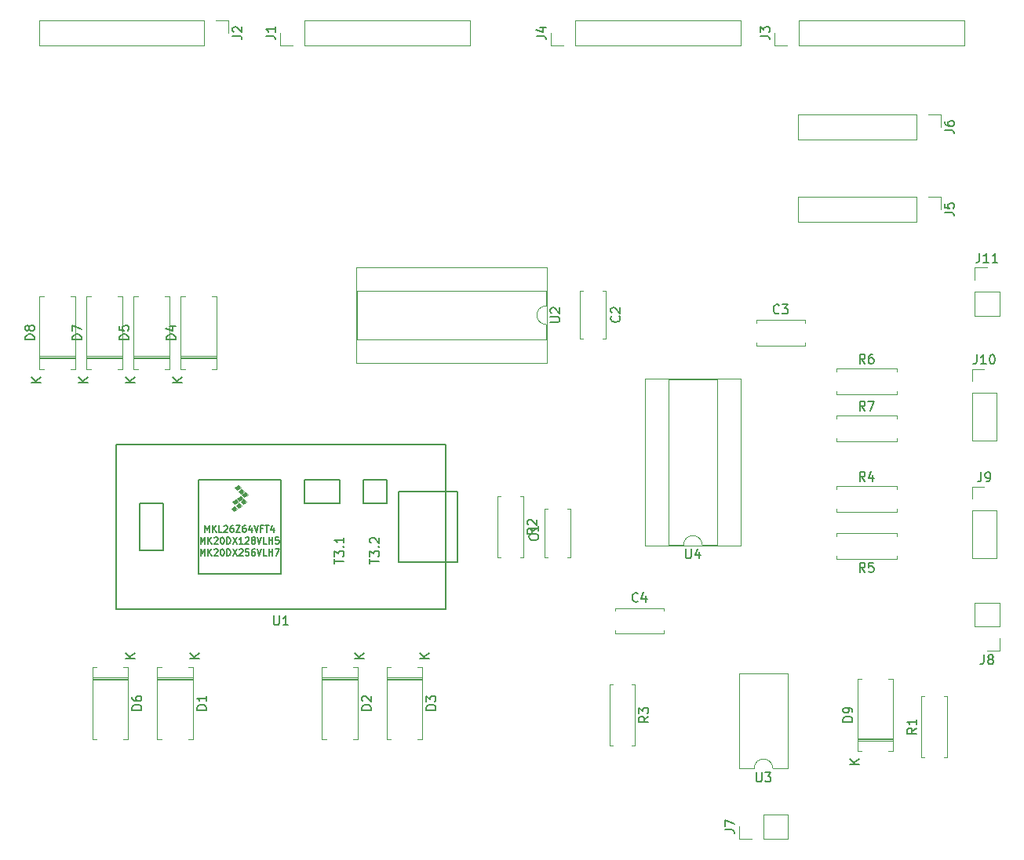
<source format=gbr>
G04 #@! TF.GenerationSoftware,KiCad,Pcbnew,(5.0.2)-1*
G04 #@! TF.CreationDate,2020-04-20T21:26:40+02:00*
G04 #@! TF.ProjectId,KorgPoly61_TeensyMidi,4b6f7267-506f-46c7-9936-315f5465656e,rev?*
G04 #@! TF.SameCoordinates,Original*
G04 #@! TF.FileFunction,Legend,Top*
G04 #@! TF.FilePolarity,Positive*
%FSLAX46Y46*%
G04 Gerber Fmt 4.6, Leading zero omitted, Abs format (unit mm)*
G04 Created by KiCad (PCBNEW (5.0.2)-1) date 20-4-2020 21:26:40*
%MOMM*%
%LPD*%
G01*
G04 APERTURE LIST*
%ADD10C,0.100000*%
%ADD11C,0.150000*%
%ADD12C,0.120000*%
G04 APERTURE END LIST*
D10*
G04 #@! TO.C,U1*
G36*
X74549000Y-98044000D02*
X74803000Y-98298000D01*
X74422000Y-98552000D01*
X74168000Y-98298000D01*
X74549000Y-98044000D01*
G37*
X74549000Y-98044000D02*
X74803000Y-98298000D01*
X74422000Y-98552000D01*
X74168000Y-98298000D01*
X74549000Y-98044000D01*
G36*
X75565000Y-97282000D02*
X75819000Y-97536000D01*
X75438000Y-97790000D01*
X75184000Y-97536000D01*
X75565000Y-97282000D01*
G37*
X75565000Y-97282000D02*
X75819000Y-97536000D01*
X75438000Y-97790000D01*
X75184000Y-97536000D01*
X75565000Y-97282000D01*
G36*
X74803000Y-96520000D02*
X75057000Y-96774000D01*
X74676000Y-97028000D01*
X74422000Y-96774000D01*
X74803000Y-96520000D01*
G37*
X74803000Y-96520000D02*
X75057000Y-96774000D01*
X74676000Y-97028000D01*
X74422000Y-96774000D01*
X74803000Y-96520000D01*
G36*
X74930000Y-98425000D02*
X75184000Y-98679000D01*
X74803000Y-98933000D01*
X74549000Y-98679000D01*
X74930000Y-98425000D01*
G37*
X74930000Y-98425000D02*
X75184000Y-98679000D01*
X74803000Y-98933000D01*
X74549000Y-98679000D01*
X74930000Y-98425000D01*
G36*
X75184000Y-96901000D02*
X75438000Y-97155000D01*
X75057000Y-97409000D01*
X74803000Y-97155000D01*
X75184000Y-96901000D01*
G37*
X75184000Y-96901000D02*
X75438000Y-97155000D01*
X75057000Y-97409000D01*
X74803000Y-97155000D01*
X75184000Y-96901000D01*
G36*
X74422000Y-98806000D02*
X74676000Y-99060000D01*
X74295000Y-99314000D01*
X74041000Y-99060000D01*
X74422000Y-98806000D01*
G37*
X74422000Y-98806000D02*
X74676000Y-99060000D01*
X74295000Y-99314000D01*
X74041000Y-99060000D01*
X74422000Y-98806000D01*
G36*
X75057000Y-97663000D02*
X75311000Y-97917000D01*
X74930000Y-98171000D01*
X74676000Y-97917000D01*
X75057000Y-97663000D01*
G37*
X75057000Y-97663000D02*
X75311000Y-97917000D01*
X74930000Y-98171000D01*
X74676000Y-97917000D01*
X75057000Y-97663000D01*
G36*
X75438000Y-98044000D02*
X75692000Y-98298000D01*
X75311000Y-98552000D01*
X75057000Y-98298000D01*
X75438000Y-98044000D01*
G37*
X75438000Y-98044000D02*
X75692000Y-98298000D01*
X75311000Y-98552000D01*
X75057000Y-98298000D01*
X75438000Y-98044000D01*
D11*
X97155000Y-92075000D02*
X97155000Y-109855000D01*
X61595000Y-92075000D02*
X97155000Y-92075000D01*
X61595000Y-109855000D02*
X61595000Y-92075000D01*
X97155000Y-109855000D02*
X61595000Y-109855000D01*
X70485000Y-95885000D02*
X79375000Y-95885000D01*
X70485000Y-106045000D02*
X79375000Y-106045000D01*
X79375000Y-106045000D02*
X79375000Y-95885000D01*
X70485000Y-95885000D02*
X70485000Y-106045000D01*
X66675000Y-103505000D02*
X64135000Y-103505000D01*
X66675000Y-98425000D02*
X66675000Y-103505000D01*
X64135000Y-98425000D02*
X66675000Y-98425000D01*
X64135000Y-103505000D02*
X64135000Y-98425000D01*
X90805000Y-98425000D02*
X90805000Y-95885000D01*
X88265000Y-98425000D02*
X90805000Y-98425000D01*
X88265000Y-95885000D02*
X88265000Y-98425000D01*
X90805000Y-95885000D02*
X88265000Y-95885000D01*
X92075000Y-97155000D02*
X97155000Y-97155000D01*
X92075000Y-104775000D02*
X97155000Y-104775000D01*
X92075000Y-97155000D02*
X92075000Y-104775000D01*
X85725000Y-98425000D02*
X85725000Y-95885000D01*
X81915000Y-98425000D02*
X85725000Y-98425000D01*
X81915000Y-95885000D02*
X81915000Y-98425000D01*
X85725000Y-95885000D02*
X81915000Y-95885000D01*
X98425000Y-104775000D02*
X97155000Y-104775000D01*
X98425000Y-97155000D02*
X98425000Y-104775000D01*
X97155000Y-97155000D02*
X98425000Y-97155000D01*
D12*
G04 #@! TO.C,U3*
X128795000Y-127060000D02*
X130445000Y-127060000D01*
X128795000Y-116780000D02*
X128795000Y-127060000D01*
X134095000Y-116780000D02*
X128795000Y-116780000D01*
X134095000Y-127060000D02*
X134095000Y-116780000D01*
X132445000Y-127060000D02*
X134095000Y-127060000D01*
X130445000Y-127060000D02*
G75*
G02X132445000Y-127060000I1000000J0D01*
G01*
G04 #@! TO.C,R7*
X145840170Y-91705537D02*
X145840170Y-91375537D01*
X139300170Y-91705537D02*
X145840170Y-91705537D01*
X139300170Y-91375537D02*
X139300170Y-91705537D01*
X145840170Y-88965537D02*
X145840170Y-89295537D01*
X139300170Y-88965537D02*
X145840170Y-88965537D01*
X139300170Y-89295537D02*
X139300170Y-88965537D01*
G04 #@! TO.C,R6*
X145840170Y-86625537D02*
X145840170Y-86295537D01*
X139300170Y-86625537D02*
X145840170Y-86625537D01*
X139300170Y-86295537D02*
X139300170Y-86625537D01*
X145840170Y-83885537D02*
X145840170Y-84215537D01*
X139300170Y-83885537D02*
X145840170Y-83885537D01*
X139300170Y-84215537D02*
X139300170Y-83885537D01*
G04 #@! TO.C,R5*
X139300170Y-101665537D02*
X139300170Y-101995537D01*
X145840170Y-101665537D02*
X139300170Y-101665537D01*
X145840170Y-101995537D02*
X145840170Y-101665537D01*
X139300170Y-104405537D02*
X139300170Y-104075537D01*
X145840170Y-104405537D02*
X139300170Y-104405537D01*
X145840170Y-104075537D02*
X145840170Y-104405537D01*
G04 #@! TO.C,R4*
X145840170Y-99325537D02*
X145840170Y-98995537D01*
X139300170Y-99325537D02*
X145840170Y-99325537D01*
X139300170Y-98995537D02*
X139300170Y-99325537D01*
X145840170Y-96585537D02*
X145840170Y-96915537D01*
X139300170Y-96585537D02*
X145840170Y-96585537D01*
X139300170Y-96915537D02*
X139300170Y-96585537D01*
G04 #@! TO.C,R3*
X114835000Y-124555000D02*
X115165000Y-124555000D01*
X114835000Y-118015000D02*
X114835000Y-124555000D01*
X115165000Y-118015000D02*
X114835000Y-118015000D01*
X117575000Y-124555000D02*
X117245000Y-124555000D01*
X117575000Y-118015000D02*
X117575000Y-124555000D01*
X117245000Y-118015000D02*
X117575000Y-118015000D01*
G04 #@! TO.C,R2*
X102770000Y-104235000D02*
X103100000Y-104235000D01*
X102770000Y-97695000D02*
X102770000Y-104235000D01*
X103100000Y-97695000D02*
X102770000Y-97695000D01*
X105510000Y-104235000D02*
X105180000Y-104235000D01*
X105510000Y-97695000D02*
X105510000Y-104235000D01*
X105180000Y-97695000D02*
X105510000Y-97695000D01*
G04 #@! TO.C,R1*
X151230000Y-119285000D02*
X150900000Y-119285000D01*
X151230000Y-125825000D02*
X151230000Y-119285000D01*
X150900000Y-125825000D02*
X151230000Y-125825000D01*
X148490000Y-119285000D02*
X148820000Y-119285000D01*
X148490000Y-125825000D02*
X148490000Y-119285000D01*
X148820000Y-125825000D02*
X148490000Y-125825000D01*
G04 #@! TO.C,U4*
X118685000Y-102990000D02*
X128965000Y-102990000D01*
X118685000Y-84970000D02*
X118685000Y-102990000D01*
X128965000Y-84970000D02*
X118685000Y-84970000D01*
X128965000Y-102990000D02*
X128965000Y-84970000D01*
X121175000Y-102930000D02*
X122825000Y-102930000D01*
X121175000Y-85030000D02*
X121175000Y-102930000D01*
X126475000Y-85030000D02*
X121175000Y-85030000D01*
X126475000Y-102930000D02*
X126475000Y-85030000D01*
X124825000Y-102930000D02*
X126475000Y-102930000D01*
X122825000Y-102930000D02*
G75*
G02X124825000Y-102930000I1000000J0D01*
G01*
G04 #@! TO.C,U2*
X108070000Y-83245000D02*
X108070000Y-72965000D01*
X87510000Y-83245000D02*
X108070000Y-83245000D01*
X87510000Y-72965000D02*
X87510000Y-83245000D01*
X108070000Y-72965000D02*
X87510000Y-72965000D01*
X108010000Y-80755000D02*
X108010000Y-79105000D01*
X87570000Y-80755000D02*
X108010000Y-80755000D01*
X87570000Y-75455000D02*
X87570000Y-80755000D01*
X108010000Y-75455000D02*
X87570000Y-75455000D01*
X108010000Y-77105000D02*
X108010000Y-75455000D01*
X108010000Y-79105000D02*
G75*
G02X108010000Y-77105000I0J1000000D01*
G01*
G04 #@! TO.C,J11*
X154245000Y-72965000D02*
X155575000Y-72965000D01*
X154245000Y-74295000D02*
X154245000Y-72965000D01*
X154245000Y-75565000D02*
X156905000Y-75565000D01*
X156905000Y-75565000D02*
X156905000Y-78165000D01*
X154245000Y-75565000D02*
X154245000Y-78165000D01*
X154245000Y-78165000D02*
X156905000Y-78165000D01*
G04 #@! TO.C,J10*
X153940170Y-83925537D02*
X155270170Y-83925537D01*
X153940170Y-85255537D02*
X153940170Y-83925537D01*
X153940170Y-86525537D02*
X156600170Y-86525537D01*
X156600170Y-86525537D02*
X156600170Y-91665537D01*
X153940170Y-86525537D02*
X153940170Y-91665537D01*
X153940170Y-91665537D02*
X156600170Y-91665537D01*
G04 #@! TO.C,J9*
X153940170Y-96625537D02*
X155270170Y-96625537D01*
X153940170Y-97955537D02*
X153940170Y-96625537D01*
X153940170Y-99225537D02*
X156600170Y-99225537D01*
X156600170Y-99225537D02*
X156600170Y-104365537D01*
X153940170Y-99225537D02*
X153940170Y-104365537D01*
X153940170Y-104365537D02*
X156600170Y-104365537D01*
G04 #@! TO.C,J8*
X156905000Y-114360000D02*
X155575000Y-114360000D01*
X156905000Y-113030000D02*
X156905000Y-114360000D01*
X156905000Y-111760000D02*
X154245000Y-111760000D01*
X154245000Y-111760000D02*
X154245000Y-109160000D01*
X156905000Y-111760000D02*
X156905000Y-109160000D01*
X156905000Y-109160000D02*
X154245000Y-109160000D01*
G04 #@! TO.C,J7*
X128845000Y-134680000D02*
X128845000Y-133350000D01*
X130175000Y-134680000D02*
X128845000Y-134680000D01*
X131445000Y-134680000D02*
X131445000Y-132020000D01*
X131445000Y-132020000D02*
X134045000Y-132020000D01*
X131445000Y-134680000D02*
X134045000Y-134680000D01*
X134045000Y-134680000D02*
X134045000Y-132020000D01*
G04 #@! TO.C,J6*
X150555000Y-56455000D02*
X150555000Y-57785000D01*
X149225000Y-56455000D02*
X150555000Y-56455000D01*
X147955000Y-56455000D02*
X147955000Y-59115000D01*
X147955000Y-59115000D02*
X135195000Y-59115000D01*
X147955000Y-56455000D02*
X135195000Y-56455000D01*
X135195000Y-56455000D02*
X135195000Y-59115000D01*
G04 #@! TO.C,J5*
X150555000Y-65345000D02*
X150555000Y-66675000D01*
X149225000Y-65345000D02*
X150555000Y-65345000D01*
X147955000Y-65345000D02*
X147955000Y-68005000D01*
X147955000Y-68005000D02*
X135195000Y-68005000D01*
X147955000Y-65345000D02*
X135195000Y-65345000D01*
X135195000Y-65345000D02*
X135195000Y-68005000D01*
G04 #@! TO.C,J4*
X108525000Y-48955000D02*
X108525000Y-47625000D01*
X109855000Y-48955000D02*
X108525000Y-48955000D01*
X111125000Y-48955000D02*
X111125000Y-46295000D01*
X111125000Y-46295000D02*
X128965000Y-46295000D01*
X111125000Y-48955000D02*
X128965000Y-48955000D01*
X128965000Y-48955000D02*
X128965000Y-46295000D01*
G04 #@! TO.C,J3*
X132655000Y-48955000D02*
X132655000Y-47625000D01*
X133985000Y-48955000D02*
X132655000Y-48955000D01*
X135255000Y-48955000D02*
X135255000Y-46295000D01*
X135255000Y-46295000D02*
X153095000Y-46295000D01*
X135255000Y-48955000D02*
X153095000Y-48955000D01*
X153095000Y-48955000D02*
X153095000Y-46295000D01*
G04 #@! TO.C,J2*
X73720000Y-46295000D02*
X73720000Y-47625000D01*
X72390000Y-46295000D02*
X73720000Y-46295000D01*
X71120000Y-46295000D02*
X71120000Y-48955000D01*
X71120000Y-48955000D02*
X53280000Y-48955000D01*
X71120000Y-46295000D02*
X53280000Y-46295000D01*
X53280000Y-46295000D02*
X53280000Y-48955000D01*
G04 #@! TO.C,J1*
X79315000Y-48955000D02*
X79315000Y-47625000D01*
X80645000Y-48955000D02*
X79315000Y-48955000D01*
X81915000Y-48955000D02*
X81915000Y-46295000D01*
X81915000Y-46295000D02*
X99755000Y-46295000D01*
X81915000Y-48955000D02*
X99755000Y-48955000D01*
X99755000Y-48955000D02*
X99755000Y-46295000D01*
G04 #@! TO.C,D9*
X141590000Y-124065000D02*
X145430000Y-124065000D01*
X141590000Y-123825000D02*
X145430000Y-123825000D01*
X141590000Y-123945000D02*
X145430000Y-123945000D01*
X145430000Y-117365000D02*
X144950000Y-117365000D01*
X145430000Y-125205000D02*
X145430000Y-117365000D01*
X144950000Y-125205000D02*
X145430000Y-125205000D01*
X141590000Y-117365000D02*
X142070000Y-117365000D01*
X141590000Y-125205000D02*
X141590000Y-117365000D01*
X142070000Y-125205000D02*
X141590000Y-125205000D01*
G04 #@! TO.C,D8*
X53325000Y-82790000D02*
X57165000Y-82790000D01*
X53325000Y-82550000D02*
X57165000Y-82550000D01*
X53325000Y-82670000D02*
X57165000Y-82670000D01*
X57165000Y-76090000D02*
X56685000Y-76090000D01*
X57165000Y-83930000D02*
X57165000Y-76090000D01*
X56685000Y-83930000D02*
X57165000Y-83930000D01*
X53325000Y-76090000D02*
X53805000Y-76090000D01*
X53325000Y-83930000D02*
X53325000Y-76090000D01*
X53805000Y-83930000D02*
X53325000Y-83930000D01*
G04 #@! TO.C,D7*
X58405000Y-82790000D02*
X62245000Y-82790000D01*
X58405000Y-82550000D02*
X62245000Y-82550000D01*
X58405000Y-82670000D02*
X62245000Y-82670000D01*
X62245000Y-76090000D02*
X61765000Y-76090000D01*
X62245000Y-83930000D02*
X62245000Y-76090000D01*
X61765000Y-83930000D02*
X62245000Y-83930000D01*
X58405000Y-76090000D02*
X58885000Y-76090000D01*
X58405000Y-83930000D02*
X58405000Y-76090000D01*
X58885000Y-83930000D02*
X58405000Y-83930000D01*
G04 #@! TO.C,D6*
X62880000Y-117235000D02*
X59040000Y-117235000D01*
X62880000Y-117475000D02*
X59040000Y-117475000D01*
X62880000Y-117355000D02*
X59040000Y-117355000D01*
X59040000Y-123935000D02*
X59520000Y-123935000D01*
X59040000Y-116095000D02*
X59040000Y-123935000D01*
X59520000Y-116095000D02*
X59040000Y-116095000D01*
X62880000Y-123935000D02*
X62400000Y-123935000D01*
X62880000Y-116095000D02*
X62880000Y-123935000D01*
X62400000Y-116095000D02*
X62880000Y-116095000D01*
G04 #@! TO.C,D5*
X63485000Y-82790000D02*
X67325000Y-82790000D01*
X63485000Y-82550000D02*
X67325000Y-82550000D01*
X63485000Y-82670000D02*
X67325000Y-82670000D01*
X67325000Y-76090000D02*
X66845000Y-76090000D01*
X67325000Y-83930000D02*
X67325000Y-76090000D01*
X66845000Y-83930000D02*
X67325000Y-83930000D01*
X63485000Y-76090000D02*
X63965000Y-76090000D01*
X63485000Y-83930000D02*
X63485000Y-76090000D01*
X63965000Y-83930000D02*
X63485000Y-83930000D01*
G04 #@! TO.C,D4*
X68565000Y-82790000D02*
X72405000Y-82790000D01*
X68565000Y-82550000D02*
X72405000Y-82550000D01*
X68565000Y-82670000D02*
X72405000Y-82670000D01*
X72405000Y-76090000D02*
X71925000Y-76090000D01*
X72405000Y-83930000D02*
X72405000Y-76090000D01*
X71925000Y-83930000D02*
X72405000Y-83930000D01*
X68565000Y-76090000D02*
X69045000Y-76090000D01*
X68565000Y-83930000D02*
X68565000Y-76090000D01*
X69045000Y-83930000D02*
X68565000Y-83930000D01*
G04 #@! TO.C,D3*
X94630000Y-117235000D02*
X90790000Y-117235000D01*
X94630000Y-117475000D02*
X90790000Y-117475000D01*
X94630000Y-117355000D02*
X90790000Y-117355000D01*
X90790000Y-123935000D02*
X91270000Y-123935000D01*
X90790000Y-116095000D02*
X90790000Y-123935000D01*
X91270000Y-116095000D02*
X90790000Y-116095000D01*
X94630000Y-123935000D02*
X94150000Y-123935000D01*
X94630000Y-116095000D02*
X94630000Y-123935000D01*
X94150000Y-116095000D02*
X94630000Y-116095000D01*
G04 #@! TO.C,D2*
X87645000Y-117235000D02*
X83805000Y-117235000D01*
X87645000Y-117475000D02*
X83805000Y-117475000D01*
X87645000Y-117355000D02*
X83805000Y-117355000D01*
X83805000Y-123935000D02*
X84285000Y-123935000D01*
X83805000Y-116095000D02*
X83805000Y-123935000D01*
X84285000Y-116095000D02*
X83805000Y-116095000D01*
X87645000Y-123935000D02*
X87165000Y-123935000D01*
X87645000Y-116095000D02*
X87645000Y-123935000D01*
X87165000Y-116095000D02*
X87645000Y-116095000D01*
G04 #@! TO.C,D1*
X69865000Y-117235000D02*
X66025000Y-117235000D01*
X69865000Y-117475000D02*
X66025000Y-117475000D01*
X69865000Y-117355000D02*
X66025000Y-117355000D01*
X66025000Y-123935000D02*
X66505000Y-123935000D01*
X66025000Y-116095000D02*
X66025000Y-123935000D01*
X66505000Y-116095000D02*
X66025000Y-116095000D01*
X69865000Y-123935000D02*
X69385000Y-123935000D01*
X69865000Y-116095000D02*
X69865000Y-123935000D01*
X69385000Y-116095000D02*
X69865000Y-116095000D01*
G04 #@! TO.C,C4*
X120690000Y-112180000D02*
X120690000Y-112495000D01*
X120690000Y-109755000D02*
X120690000Y-110070000D01*
X115450000Y-112180000D02*
X115450000Y-112495000D01*
X115450000Y-109755000D02*
X115450000Y-110070000D01*
X115450000Y-112495000D02*
X120690000Y-112495000D01*
X115450000Y-109755000D02*
X120690000Y-109755000D01*
G04 #@! TO.C,C3*
X135930000Y-81065000D02*
X135930000Y-81380000D01*
X135930000Y-78640000D02*
X135930000Y-78955000D01*
X130690000Y-81065000D02*
X130690000Y-81380000D01*
X130690000Y-78640000D02*
X130690000Y-78955000D01*
X130690000Y-81380000D02*
X135930000Y-81380000D01*
X130690000Y-78640000D02*
X135930000Y-78640000D01*
G04 #@! TO.C,C2*
X111975000Y-80685000D02*
X111660000Y-80685000D01*
X114400000Y-80685000D02*
X114085000Y-80685000D01*
X111975000Y-75445000D02*
X111660000Y-75445000D01*
X114400000Y-75445000D02*
X114085000Y-75445000D01*
X111660000Y-75445000D02*
X111660000Y-80685000D01*
X114400000Y-75445000D02*
X114400000Y-80685000D01*
G04 #@! TO.C,C1*
X110275000Y-99020000D02*
X110590000Y-99020000D01*
X107850000Y-99020000D02*
X108165000Y-99020000D01*
X110275000Y-104260000D02*
X110590000Y-104260000D01*
X107850000Y-104260000D02*
X108165000Y-104260000D01*
X110590000Y-104260000D02*
X110590000Y-99020000D01*
X107850000Y-104260000D02*
X107850000Y-99020000D01*
G04 #@! TO.C,U1*
D11*
X78613095Y-110577380D02*
X78613095Y-111386904D01*
X78660714Y-111482142D01*
X78708333Y-111529761D01*
X78803571Y-111577380D01*
X78994047Y-111577380D01*
X79089285Y-111529761D01*
X79136904Y-111482142D01*
X79184523Y-111386904D01*
X79184523Y-110577380D01*
X80184523Y-111577380D02*
X79613095Y-111577380D01*
X79898809Y-111577380D02*
X79898809Y-110577380D01*
X79803571Y-110720238D01*
X79708333Y-110815476D01*
X79613095Y-110863095D01*
X70713333Y-102805666D02*
X70713333Y-102105666D01*
X70946666Y-102605666D01*
X71180000Y-102105666D01*
X71180000Y-102805666D01*
X71513333Y-102805666D02*
X71513333Y-102105666D01*
X71913333Y-102805666D02*
X71613333Y-102405666D01*
X71913333Y-102105666D02*
X71513333Y-102505666D01*
X72180000Y-102172333D02*
X72213333Y-102139000D01*
X72280000Y-102105666D01*
X72446666Y-102105666D01*
X72513333Y-102139000D01*
X72546666Y-102172333D01*
X72580000Y-102239000D01*
X72580000Y-102305666D01*
X72546666Y-102405666D01*
X72146666Y-102805666D01*
X72580000Y-102805666D01*
X73013333Y-102105666D02*
X73080000Y-102105666D01*
X73146666Y-102139000D01*
X73180000Y-102172333D01*
X73213333Y-102239000D01*
X73246666Y-102372333D01*
X73246666Y-102539000D01*
X73213333Y-102672333D01*
X73180000Y-102739000D01*
X73146666Y-102772333D01*
X73080000Y-102805666D01*
X73013333Y-102805666D01*
X72946666Y-102772333D01*
X72913333Y-102739000D01*
X72880000Y-102672333D01*
X72846666Y-102539000D01*
X72846666Y-102372333D01*
X72880000Y-102239000D01*
X72913333Y-102172333D01*
X72946666Y-102139000D01*
X73013333Y-102105666D01*
X73546666Y-102805666D02*
X73546666Y-102105666D01*
X73713333Y-102105666D01*
X73813333Y-102139000D01*
X73880000Y-102205666D01*
X73913333Y-102272333D01*
X73946666Y-102405666D01*
X73946666Y-102505666D01*
X73913333Y-102639000D01*
X73880000Y-102705666D01*
X73813333Y-102772333D01*
X73713333Y-102805666D01*
X73546666Y-102805666D01*
X74180000Y-102105666D02*
X74646666Y-102805666D01*
X74646666Y-102105666D02*
X74180000Y-102805666D01*
X75280000Y-102805666D02*
X74880000Y-102805666D01*
X75080000Y-102805666D02*
X75080000Y-102105666D01*
X75013333Y-102205666D01*
X74946666Y-102272333D01*
X74880000Y-102305666D01*
X75546666Y-102172333D02*
X75580000Y-102139000D01*
X75646666Y-102105666D01*
X75813333Y-102105666D01*
X75880000Y-102139000D01*
X75913333Y-102172333D01*
X75946666Y-102239000D01*
X75946666Y-102305666D01*
X75913333Y-102405666D01*
X75513333Y-102805666D01*
X75946666Y-102805666D01*
X76346666Y-102405666D02*
X76280000Y-102372333D01*
X76246666Y-102339000D01*
X76213333Y-102272333D01*
X76213333Y-102239000D01*
X76246666Y-102172333D01*
X76280000Y-102139000D01*
X76346666Y-102105666D01*
X76480000Y-102105666D01*
X76546666Y-102139000D01*
X76580000Y-102172333D01*
X76613333Y-102239000D01*
X76613333Y-102272333D01*
X76580000Y-102339000D01*
X76546666Y-102372333D01*
X76480000Y-102405666D01*
X76346666Y-102405666D01*
X76280000Y-102439000D01*
X76246666Y-102472333D01*
X76213333Y-102539000D01*
X76213333Y-102672333D01*
X76246666Y-102739000D01*
X76280000Y-102772333D01*
X76346666Y-102805666D01*
X76480000Y-102805666D01*
X76546666Y-102772333D01*
X76580000Y-102739000D01*
X76613333Y-102672333D01*
X76613333Y-102539000D01*
X76580000Y-102472333D01*
X76546666Y-102439000D01*
X76480000Y-102405666D01*
X76813333Y-102105666D02*
X77046666Y-102805666D01*
X77280000Y-102105666D01*
X77846666Y-102805666D02*
X77513333Y-102805666D01*
X77513333Y-102105666D01*
X78080000Y-102805666D02*
X78080000Y-102105666D01*
X78080000Y-102439000D02*
X78480000Y-102439000D01*
X78480000Y-102805666D02*
X78480000Y-102105666D01*
X79146666Y-102105666D02*
X78813333Y-102105666D01*
X78780000Y-102439000D01*
X78813333Y-102405666D01*
X78880000Y-102372333D01*
X79046666Y-102372333D01*
X79113333Y-102405666D01*
X79146666Y-102439000D01*
X79180000Y-102505666D01*
X79180000Y-102672333D01*
X79146666Y-102739000D01*
X79113333Y-102772333D01*
X79046666Y-102805666D01*
X78880000Y-102805666D01*
X78813333Y-102772333D01*
X78780000Y-102739000D01*
X71196666Y-101535666D02*
X71196666Y-100835666D01*
X71430000Y-101335666D01*
X71663333Y-100835666D01*
X71663333Y-101535666D01*
X71996666Y-101535666D02*
X71996666Y-100835666D01*
X72396666Y-101535666D02*
X72096666Y-101135666D01*
X72396666Y-100835666D02*
X71996666Y-101235666D01*
X73030000Y-101535666D02*
X72696666Y-101535666D01*
X72696666Y-100835666D01*
X73230000Y-100902333D02*
X73263333Y-100869000D01*
X73330000Y-100835666D01*
X73496666Y-100835666D01*
X73563333Y-100869000D01*
X73596666Y-100902333D01*
X73630000Y-100969000D01*
X73630000Y-101035666D01*
X73596666Y-101135666D01*
X73196666Y-101535666D01*
X73630000Y-101535666D01*
X74230000Y-100835666D02*
X74096666Y-100835666D01*
X74030000Y-100869000D01*
X73996666Y-100902333D01*
X73930000Y-101002333D01*
X73896666Y-101135666D01*
X73896666Y-101402333D01*
X73930000Y-101469000D01*
X73963333Y-101502333D01*
X74030000Y-101535666D01*
X74163333Y-101535666D01*
X74230000Y-101502333D01*
X74263333Y-101469000D01*
X74296666Y-101402333D01*
X74296666Y-101235666D01*
X74263333Y-101169000D01*
X74230000Y-101135666D01*
X74163333Y-101102333D01*
X74030000Y-101102333D01*
X73963333Y-101135666D01*
X73930000Y-101169000D01*
X73896666Y-101235666D01*
X74530000Y-100835666D02*
X74996666Y-100835666D01*
X74530000Y-101535666D01*
X74996666Y-101535666D01*
X75563333Y-100835666D02*
X75430000Y-100835666D01*
X75363333Y-100869000D01*
X75330000Y-100902333D01*
X75263333Y-101002333D01*
X75230000Y-101135666D01*
X75230000Y-101402333D01*
X75263333Y-101469000D01*
X75296666Y-101502333D01*
X75363333Y-101535666D01*
X75496666Y-101535666D01*
X75563333Y-101502333D01*
X75596666Y-101469000D01*
X75630000Y-101402333D01*
X75630000Y-101235666D01*
X75596666Y-101169000D01*
X75563333Y-101135666D01*
X75496666Y-101102333D01*
X75363333Y-101102333D01*
X75296666Y-101135666D01*
X75263333Y-101169000D01*
X75230000Y-101235666D01*
X76230000Y-101069000D02*
X76230000Y-101535666D01*
X76063333Y-100802333D02*
X75896666Y-101302333D01*
X76330000Y-101302333D01*
X76496666Y-100835666D02*
X76730000Y-101535666D01*
X76963333Y-100835666D01*
X77430000Y-101169000D02*
X77196666Y-101169000D01*
X77196666Y-101535666D02*
X77196666Y-100835666D01*
X77530000Y-100835666D01*
X77696666Y-100835666D02*
X78096666Y-100835666D01*
X77896666Y-101535666D02*
X77896666Y-100835666D01*
X78630000Y-101069000D02*
X78630000Y-101535666D01*
X78463333Y-100802333D02*
X78296666Y-101302333D01*
X78730000Y-101302333D01*
X70713333Y-104075666D02*
X70713333Y-103375666D01*
X70946666Y-103875666D01*
X71180000Y-103375666D01*
X71180000Y-104075666D01*
X71513333Y-104075666D02*
X71513333Y-103375666D01*
X71913333Y-104075666D02*
X71613333Y-103675666D01*
X71913333Y-103375666D02*
X71513333Y-103775666D01*
X72180000Y-103442333D02*
X72213333Y-103409000D01*
X72280000Y-103375666D01*
X72446666Y-103375666D01*
X72513333Y-103409000D01*
X72546666Y-103442333D01*
X72580000Y-103509000D01*
X72580000Y-103575666D01*
X72546666Y-103675666D01*
X72146666Y-104075666D01*
X72580000Y-104075666D01*
X73013333Y-103375666D02*
X73080000Y-103375666D01*
X73146666Y-103409000D01*
X73180000Y-103442333D01*
X73213333Y-103509000D01*
X73246666Y-103642333D01*
X73246666Y-103809000D01*
X73213333Y-103942333D01*
X73180000Y-104009000D01*
X73146666Y-104042333D01*
X73080000Y-104075666D01*
X73013333Y-104075666D01*
X72946666Y-104042333D01*
X72913333Y-104009000D01*
X72880000Y-103942333D01*
X72846666Y-103809000D01*
X72846666Y-103642333D01*
X72880000Y-103509000D01*
X72913333Y-103442333D01*
X72946666Y-103409000D01*
X73013333Y-103375666D01*
X73546666Y-104075666D02*
X73546666Y-103375666D01*
X73713333Y-103375666D01*
X73813333Y-103409000D01*
X73880000Y-103475666D01*
X73913333Y-103542333D01*
X73946666Y-103675666D01*
X73946666Y-103775666D01*
X73913333Y-103909000D01*
X73880000Y-103975666D01*
X73813333Y-104042333D01*
X73713333Y-104075666D01*
X73546666Y-104075666D01*
X74180000Y-103375666D02*
X74646666Y-104075666D01*
X74646666Y-103375666D02*
X74180000Y-104075666D01*
X74880000Y-103442333D02*
X74913333Y-103409000D01*
X74980000Y-103375666D01*
X75146666Y-103375666D01*
X75213333Y-103409000D01*
X75246666Y-103442333D01*
X75280000Y-103509000D01*
X75280000Y-103575666D01*
X75246666Y-103675666D01*
X74846666Y-104075666D01*
X75280000Y-104075666D01*
X75913333Y-103375666D02*
X75580000Y-103375666D01*
X75546666Y-103709000D01*
X75580000Y-103675666D01*
X75646666Y-103642333D01*
X75813333Y-103642333D01*
X75880000Y-103675666D01*
X75913333Y-103709000D01*
X75946666Y-103775666D01*
X75946666Y-103942333D01*
X75913333Y-104009000D01*
X75880000Y-104042333D01*
X75813333Y-104075666D01*
X75646666Y-104075666D01*
X75580000Y-104042333D01*
X75546666Y-104009000D01*
X76546666Y-103375666D02*
X76413333Y-103375666D01*
X76346666Y-103409000D01*
X76313333Y-103442333D01*
X76246666Y-103542333D01*
X76213333Y-103675666D01*
X76213333Y-103942333D01*
X76246666Y-104009000D01*
X76280000Y-104042333D01*
X76346666Y-104075666D01*
X76480000Y-104075666D01*
X76546666Y-104042333D01*
X76580000Y-104009000D01*
X76613333Y-103942333D01*
X76613333Y-103775666D01*
X76580000Y-103709000D01*
X76546666Y-103675666D01*
X76480000Y-103642333D01*
X76346666Y-103642333D01*
X76280000Y-103675666D01*
X76246666Y-103709000D01*
X76213333Y-103775666D01*
X76813333Y-103375666D02*
X77046666Y-104075666D01*
X77280000Y-103375666D01*
X77846666Y-104075666D02*
X77513333Y-104075666D01*
X77513333Y-103375666D01*
X78080000Y-104075666D02*
X78080000Y-103375666D01*
X78080000Y-103709000D02*
X78480000Y-103709000D01*
X78480000Y-104075666D02*
X78480000Y-103375666D01*
X78746666Y-103375666D02*
X79213333Y-103375666D01*
X78913333Y-104075666D01*
X85177380Y-104981190D02*
X85177380Y-104409761D01*
X86177380Y-104695476D02*
X85177380Y-104695476D01*
X85177380Y-104171666D02*
X85177380Y-103552619D01*
X85558333Y-103885952D01*
X85558333Y-103743095D01*
X85605952Y-103647857D01*
X85653571Y-103600238D01*
X85748809Y-103552619D01*
X85986904Y-103552619D01*
X86082142Y-103600238D01*
X86129761Y-103647857D01*
X86177380Y-103743095D01*
X86177380Y-104028809D01*
X86129761Y-104124047D01*
X86082142Y-104171666D01*
X86082142Y-103124047D02*
X86129761Y-103076428D01*
X86177380Y-103124047D01*
X86129761Y-103171666D01*
X86082142Y-103124047D01*
X86177380Y-103124047D01*
X86177380Y-102124047D02*
X86177380Y-102695476D01*
X86177380Y-102409761D02*
X85177380Y-102409761D01*
X85320238Y-102505000D01*
X85415476Y-102600238D01*
X85463095Y-102695476D01*
X88987380Y-104981190D02*
X88987380Y-104409761D01*
X89987380Y-104695476D02*
X88987380Y-104695476D01*
X88987380Y-104171666D02*
X88987380Y-103552619D01*
X89368333Y-103885952D01*
X89368333Y-103743095D01*
X89415952Y-103647857D01*
X89463571Y-103600238D01*
X89558809Y-103552619D01*
X89796904Y-103552619D01*
X89892142Y-103600238D01*
X89939761Y-103647857D01*
X89987380Y-103743095D01*
X89987380Y-104028809D01*
X89939761Y-104124047D01*
X89892142Y-104171666D01*
X89892142Y-103124047D02*
X89939761Y-103076428D01*
X89987380Y-103124047D01*
X89939761Y-103171666D01*
X89892142Y-103124047D01*
X89987380Y-103124047D01*
X89082619Y-102695476D02*
X89035000Y-102647857D01*
X88987380Y-102552619D01*
X88987380Y-102314523D01*
X89035000Y-102219285D01*
X89082619Y-102171666D01*
X89177857Y-102124047D01*
X89273095Y-102124047D01*
X89415952Y-102171666D01*
X89987380Y-102743095D01*
X89987380Y-102124047D01*
G04 #@! TO.C,U3*
X130683095Y-127512380D02*
X130683095Y-128321904D01*
X130730714Y-128417142D01*
X130778333Y-128464761D01*
X130873571Y-128512380D01*
X131064047Y-128512380D01*
X131159285Y-128464761D01*
X131206904Y-128417142D01*
X131254523Y-128321904D01*
X131254523Y-127512380D01*
X131635476Y-127512380D02*
X132254523Y-127512380D01*
X131921190Y-127893333D01*
X132064047Y-127893333D01*
X132159285Y-127940952D01*
X132206904Y-127988571D01*
X132254523Y-128083809D01*
X132254523Y-128321904D01*
X132206904Y-128417142D01*
X132159285Y-128464761D01*
X132064047Y-128512380D01*
X131778333Y-128512380D01*
X131683095Y-128464761D01*
X131635476Y-128417142D01*
G04 #@! TO.C,R7*
X142403503Y-88417917D02*
X142070170Y-87941727D01*
X141832074Y-88417917D02*
X141832074Y-87417917D01*
X142213027Y-87417917D01*
X142308265Y-87465537D01*
X142355884Y-87513156D01*
X142403503Y-87608394D01*
X142403503Y-87751251D01*
X142355884Y-87846489D01*
X142308265Y-87894108D01*
X142213027Y-87941727D01*
X141832074Y-87941727D01*
X142736836Y-87417917D02*
X143403503Y-87417917D01*
X142974931Y-88417917D01*
G04 #@! TO.C,R6*
X142403503Y-83337917D02*
X142070170Y-82861727D01*
X141832074Y-83337917D02*
X141832074Y-82337917D01*
X142213027Y-82337917D01*
X142308265Y-82385537D01*
X142355884Y-82433156D01*
X142403503Y-82528394D01*
X142403503Y-82671251D01*
X142355884Y-82766489D01*
X142308265Y-82814108D01*
X142213027Y-82861727D01*
X141832074Y-82861727D01*
X143260646Y-82337917D02*
X143070170Y-82337917D01*
X142974931Y-82385537D01*
X142927312Y-82433156D01*
X142832074Y-82576013D01*
X142784455Y-82766489D01*
X142784455Y-83147441D01*
X142832074Y-83242679D01*
X142879693Y-83290298D01*
X142974931Y-83337917D01*
X143165408Y-83337917D01*
X143260646Y-83290298D01*
X143308265Y-83242679D01*
X143355884Y-83147441D01*
X143355884Y-82909346D01*
X143308265Y-82814108D01*
X143260646Y-82766489D01*
X143165408Y-82718870D01*
X142974931Y-82718870D01*
X142879693Y-82766489D01*
X142832074Y-82814108D01*
X142784455Y-82909346D01*
G04 #@! TO.C,R5*
X142403503Y-105857917D02*
X142070170Y-105381727D01*
X141832074Y-105857917D02*
X141832074Y-104857917D01*
X142213027Y-104857917D01*
X142308265Y-104905537D01*
X142355884Y-104953156D01*
X142403503Y-105048394D01*
X142403503Y-105191251D01*
X142355884Y-105286489D01*
X142308265Y-105334108D01*
X142213027Y-105381727D01*
X141832074Y-105381727D01*
X143308265Y-104857917D02*
X142832074Y-104857917D01*
X142784455Y-105334108D01*
X142832074Y-105286489D01*
X142927312Y-105238870D01*
X143165408Y-105238870D01*
X143260646Y-105286489D01*
X143308265Y-105334108D01*
X143355884Y-105429346D01*
X143355884Y-105667441D01*
X143308265Y-105762679D01*
X143260646Y-105810298D01*
X143165408Y-105857917D01*
X142927312Y-105857917D01*
X142832074Y-105810298D01*
X142784455Y-105762679D01*
G04 #@! TO.C,R4*
X142403503Y-96037917D02*
X142070170Y-95561727D01*
X141832074Y-96037917D02*
X141832074Y-95037917D01*
X142213027Y-95037917D01*
X142308265Y-95085537D01*
X142355884Y-95133156D01*
X142403503Y-95228394D01*
X142403503Y-95371251D01*
X142355884Y-95466489D01*
X142308265Y-95514108D01*
X142213027Y-95561727D01*
X141832074Y-95561727D01*
X143260646Y-95371251D02*
X143260646Y-96037917D01*
X143022550Y-94990298D02*
X142784455Y-95704584D01*
X143403503Y-95704584D01*
G04 #@! TO.C,R3*
X119027380Y-121451666D02*
X118551190Y-121785000D01*
X119027380Y-122023095D02*
X118027380Y-122023095D01*
X118027380Y-121642142D01*
X118075000Y-121546904D01*
X118122619Y-121499285D01*
X118217857Y-121451666D01*
X118360714Y-121451666D01*
X118455952Y-121499285D01*
X118503571Y-121546904D01*
X118551190Y-121642142D01*
X118551190Y-122023095D01*
X118027380Y-121118333D02*
X118027380Y-120499285D01*
X118408333Y-120832619D01*
X118408333Y-120689761D01*
X118455952Y-120594523D01*
X118503571Y-120546904D01*
X118598809Y-120499285D01*
X118836904Y-120499285D01*
X118932142Y-120546904D01*
X118979761Y-120594523D01*
X119027380Y-120689761D01*
X119027380Y-120975476D01*
X118979761Y-121070714D01*
X118932142Y-121118333D01*
G04 #@! TO.C,R2*
X106962380Y-101131666D02*
X106486190Y-101465000D01*
X106962380Y-101703095D02*
X105962380Y-101703095D01*
X105962380Y-101322142D01*
X106010000Y-101226904D01*
X106057619Y-101179285D01*
X106152857Y-101131666D01*
X106295714Y-101131666D01*
X106390952Y-101179285D01*
X106438571Y-101226904D01*
X106486190Y-101322142D01*
X106486190Y-101703095D01*
X106057619Y-100750714D02*
X106010000Y-100703095D01*
X105962380Y-100607857D01*
X105962380Y-100369761D01*
X106010000Y-100274523D01*
X106057619Y-100226904D01*
X106152857Y-100179285D01*
X106248095Y-100179285D01*
X106390952Y-100226904D01*
X106962380Y-100798333D01*
X106962380Y-100179285D01*
G04 #@! TO.C,R1*
X147942380Y-122721666D02*
X147466190Y-123055000D01*
X147942380Y-123293095D02*
X146942380Y-123293095D01*
X146942380Y-122912142D01*
X146990000Y-122816904D01*
X147037619Y-122769285D01*
X147132857Y-122721666D01*
X147275714Y-122721666D01*
X147370952Y-122769285D01*
X147418571Y-122816904D01*
X147466190Y-122912142D01*
X147466190Y-123293095D01*
X147942380Y-121769285D02*
X147942380Y-122340714D01*
X147942380Y-122055000D02*
X146942380Y-122055000D01*
X147085238Y-122150238D01*
X147180476Y-122245476D01*
X147228095Y-122340714D01*
G04 #@! TO.C,U4*
X123063095Y-103382380D02*
X123063095Y-104191904D01*
X123110714Y-104287142D01*
X123158333Y-104334761D01*
X123253571Y-104382380D01*
X123444047Y-104382380D01*
X123539285Y-104334761D01*
X123586904Y-104287142D01*
X123634523Y-104191904D01*
X123634523Y-103382380D01*
X124539285Y-103715714D02*
X124539285Y-104382380D01*
X124301190Y-103334761D02*
X124063095Y-104049047D01*
X124682142Y-104049047D01*
G04 #@! TO.C,U2*
X108462380Y-78866904D02*
X109271904Y-78866904D01*
X109367142Y-78819285D01*
X109414761Y-78771666D01*
X109462380Y-78676428D01*
X109462380Y-78485952D01*
X109414761Y-78390714D01*
X109367142Y-78343095D01*
X109271904Y-78295476D01*
X108462380Y-78295476D01*
X108557619Y-77866904D02*
X108510000Y-77819285D01*
X108462380Y-77724047D01*
X108462380Y-77485952D01*
X108510000Y-77390714D01*
X108557619Y-77343095D01*
X108652857Y-77295476D01*
X108748095Y-77295476D01*
X108890952Y-77343095D01*
X109462380Y-77914523D01*
X109462380Y-77295476D01*
G04 #@! TO.C,J11*
X154765476Y-71417380D02*
X154765476Y-72131666D01*
X154717857Y-72274523D01*
X154622619Y-72369761D01*
X154479761Y-72417380D01*
X154384523Y-72417380D01*
X155765476Y-72417380D02*
X155194047Y-72417380D01*
X155479761Y-72417380D02*
X155479761Y-71417380D01*
X155384523Y-71560238D01*
X155289285Y-71655476D01*
X155194047Y-71703095D01*
X156717857Y-72417380D02*
X156146428Y-72417380D01*
X156432142Y-72417380D02*
X156432142Y-71417380D01*
X156336904Y-71560238D01*
X156241666Y-71655476D01*
X156146428Y-71703095D01*
G04 #@! TO.C,J10*
X154460646Y-82377917D02*
X154460646Y-83092203D01*
X154413027Y-83235060D01*
X154317789Y-83330298D01*
X154174931Y-83377917D01*
X154079693Y-83377917D01*
X155460646Y-83377917D02*
X154889217Y-83377917D01*
X155174931Y-83377917D02*
X155174931Y-82377917D01*
X155079693Y-82520775D01*
X154984455Y-82616013D01*
X154889217Y-82663632D01*
X156079693Y-82377917D02*
X156174931Y-82377917D01*
X156270170Y-82425537D01*
X156317789Y-82473156D01*
X156365408Y-82568394D01*
X156413027Y-82758870D01*
X156413027Y-82996965D01*
X156365408Y-83187441D01*
X156317789Y-83282679D01*
X156270170Y-83330298D01*
X156174931Y-83377917D01*
X156079693Y-83377917D01*
X155984455Y-83330298D01*
X155936836Y-83282679D01*
X155889217Y-83187441D01*
X155841598Y-82996965D01*
X155841598Y-82758870D01*
X155889217Y-82568394D01*
X155936836Y-82473156D01*
X155984455Y-82425537D01*
X156079693Y-82377917D01*
G04 #@! TO.C,J9*
X154936836Y-95077917D02*
X154936836Y-95792203D01*
X154889217Y-95935060D01*
X154793979Y-96030298D01*
X154651122Y-96077917D01*
X154555884Y-96077917D01*
X155460646Y-96077917D02*
X155651122Y-96077917D01*
X155746360Y-96030298D01*
X155793979Y-95982679D01*
X155889217Y-95839822D01*
X155936836Y-95649346D01*
X155936836Y-95268394D01*
X155889217Y-95173156D01*
X155841598Y-95125537D01*
X155746360Y-95077917D01*
X155555884Y-95077917D01*
X155460646Y-95125537D01*
X155413027Y-95173156D01*
X155365408Y-95268394D01*
X155365408Y-95506489D01*
X155413027Y-95601727D01*
X155460646Y-95649346D01*
X155555884Y-95696965D01*
X155746360Y-95696965D01*
X155841598Y-95649346D01*
X155889217Y-95601727D01*
X155936836Y-95506489D01*
G04 #@! TO.C,J8*
X155241666Y-114812380D02*
X155241666Y-115526666D01*
X155194047Y-115669523D01*
X155098809Y-115764761D01*
X154955952Y-115812380D01*
X154860714Y-115812380D01*
X155860714Y-115240952D02*
X155765476Y-115193333D01*
X155717857Y-115145714D01*
X155670238Y-115050476D01*
X155670238Y-115002857D01*
X155717857Y-114907619D01*
X155765476Y-114860000D01*
X155860714Y-114812380D01*
X156051190Y-114812380D01*
X156146428Y-114860000D01*
X156194047Y-114907619D01*
X156241666Y-115002857D01*
X156241666Y-115050476D01*
X156194047Y-115145714D01*
X156146428Y-115193333D01*
X156051190Y-115240952D01*
X155860714Y-115240952D01*
X155765476Y-115288571D01*
X155717857Y-115336190D01*
X155670238Y-115431428D01*
X155670238Y-115621904D01*
X155717857Y-115717142D01*
X155765476Y-115764761D01*
X155860714Y-115812380D01*
X156051190Y-115812380D01*
X156146428Y-115764761D01*
X156194047Y-115717142D01*
X156241666Y-115621904D01*
X156241666Y-115431428D01*
X156194047Y-115336190D01*
X156146428Y-115288571D01*
X156051190Y-115240952D01*
G04 #@! TO.C,J7*
X127297380Y-133683333D02*
X128011666Y-133683333D01*
X128154523Y-133730952D01*
X128249761Y-133826190D01*
X128297380Y-133969047D01*
X128297380Y-134064285D01*
X127297380Y-133302380D02*
X127297380Y-132635714D01*
X128297380Y-133064285D01*
G04 #@! TO.C,J6*
X151007380Y-58118333D02*
X151721666Y-58118333D01*
X151864523Y-58165952D01*
X151959761Y-58261190D01*
X152007380Y-58404047D01*
X152007380Y-58499285D01*
X151007380Y-57213571D02*
X151007380Y-57404047D01*
X151055000Y-57499285D01*
X151102619Y-57546904D01*
X151245476Y-57642142D01*
X151435952Y-57689761D01*
X151816904Y-57689761D01*
X151912142Y-57642142D01*
X151959761Y-57594523D01*
X152007380Y-57499285D01*
X152007380Y-57308809D01*
X151959761Y-57213571D01*
X151912142Y-57165952D01*
X151816904Y-57118333D01*
X151578809Y-57118333D01*
X151483571Y-57165952D01*
X151435952Y-57213571D01*
X151388333Y-57308809D01*
X151388333Y-57499285D01*
X151435952Y-57594523D01*
X151483571Y-57642142D01*
X151578809Y-57689761D01*
G04 #@! TO.C,J5*
X151007380Y-67008333D02*
X151721666Y-67008333D01*
X151864523Y-67055952D01*
X151959761Y-67151190D01*
X152007380Y-67294047D01*
X152007380Y-67389285D01*
X151007380Y-66055952D02*
X151007380Y-66532142D01*
X151483571Y-66579761D01*
X151435952Y-66532142D01*
X151388333Y-66436904D01*
X151388333Y-66198809D01*
X151435952Y-66103571D01*
X151483571Y-66055952D01*
X151578809Y-66008333D01*
X151816904Y-66008333D01*
X151912142Y-66055952D01*
X151959761Y-66103571D01*
X152007380Y-66198809D01*
X152007380Y-66436904D01*
X151959761Y-66532142D01*
X151912142Y-66579761D01*
G04 #@! TO.C,J4*
X106977380Y-47958333D02*
X107691666Y-47958333D01*
X107834523Y-48005952D01*
X107929761Y-48101190D01*
X107977380Y-48244047D01*
X107977380Y-48339285D01*
X107310714Y-47053571D02*
X107977380Y-47053571D01*
X106929761Y-47291666D02*
X107644047Y-47529761D01*
X107644047Y-46910714D01*
G04 #@! TO.C,J3*
X131107380Y-47958333D02*
X131821666Y-47958333D01*
X131964523Y-48005952D01*
X132059761Y-48101190D01*
X132107380Y-48244047D01*
X132107380Y-48339285D01*
X131107380Y-47577380D02*
X131107380Y-46958333D01*
X131488333Y-47291666D01*
X131488333Y-47148809D01*
X131535952Y-47053571D01*
X131583571Y-47005952D01*
X131678809Y-46958333D01*
X131916904Y-46958333D01*
X132012142Y-47005952D01*
X132059761Y-47053571D01*
X132107380Y-47148809D01*
X132107380Y-47434523D01*
X132059761Y-47529761D01*
X132012142Y-47577380D01*
G04 #@! TO.C,J2*
X74172380Y-47958333D02*
X74886666Y-47958333D01*
X75029523Y-48005952D01*
X75124761Y-48101190D01*
X75172380Y-48244047D01*
X75172380Y-48339285D01*
X74267619Y-47529761D02*
X74220000Y-47482142D01*
X74172380Y-47386904D01*
X74172380Y-47148809D01*
X74220000Y-47053571D01*
X74267619Y-47005952D01*
X74362857Y-46958333D01*
X74458095Y-46958333D01*
X74600952Y-47005952D01*
X75172380Y-47577380D01*
X75172380Y-46958333D01*
G04 #@! TO.C,J1*
X77767380Y-47958333D02*
X78481666Y-47958333D01*
X78624523Y-48005952D01*
X78719761Y-48101190D01*
X78767380Y-48244047D01*
X78767380Y-48339285D01*
X78767380Y-46958333D02*
X78767380Y-47529761D01*
X78767380Y-47244047D02*
X77767380Y-47244047D01*
X77910238Y-47339285D01*
X78005476Y-47434523D01*
X78053095Y-47529761D01*
G04 #@! TO.C,D9*
X141042380Y-122023095D02*
X140042380Y-122023095D01*
X140042380Y-121785000D01*
X140090000Y-121642142D01*
X140185238Y-121546904D01*
X140280476Y-121499285D01*
X140470952Y-121451666D01*
X140613809Y-121451666D01*
X140804285Y-121499285D01*
X140899523Y-121546904D01*
X140994761Y-121642142D01*
X141042380Y-121785000D01*
X141042380Y-122023095D01*
X141042380Y-120975476D02*
X141042380Y-120785000D01*
X140994761Y-120689761D01*
X140947142Y-120642142D01*
X140804285Y-120546904D01*
X140613809Y-120499285D01*
X140232857Y-120499285D01*
X140137619Y-120546904D01*
X140090000Y-120594523D01*
X140042380Y-120689761D01*
X140042380Y-120880238D01*
X140090000Y-120975476D01*
X140137619Y-121023095D01*
X140232857Y-121070714D01*
X140470952Y-121070714D01*
X140566190Y-121023095D01*
X140613809Y-120975476D01*
X140661428Y-120880238D01*
X140661428Y-120689761D01*
X140613809Y-120594523D01*
X140566190Y-120546904D01*
X140470952Y-120499285D01*
X141762380Y-126626904D02*
X140762380Y-126626904D01*
X141762380Y-126055476D02*
X141190952Y-126484047D01*
X140762380Y-126055476D02*
X141333809Y-126626904D01*
G04 #@! TO.C,D8*
X52777380Y-80748095D02*
X51777380Y-80748095D01*
X51777380Y-80510000D01*
X51825000Y-80367142D01*
X51920238Y-80271904D01*
X52015476Y-80224285D01*
X52205952Y-80176666D01*
X52348809Y-80176666D01*
X52539285Y-80224285D01*
X52634523Y-80271904D01*
X52729761Y-80367142D01*
X52777380Y-80510000D01*
X52777380Y-80748095D01*
X52205952Y-79605238D02*
X52158333Y-79700476D01*
X52110714Y-79748095D01*
X52015476Y-79795714D01*
X51967857Y-79795714D01*
X51872619Y-79748095D01*
X51825000Y-79700476D01*
X51777380Y-79605238D01*
X51777380Y-79414761D01*
X51825000Y-79319523D01*
X51872619Y-79271904D01*
X51967857Y-79224285D01*
X52015476Y-79224285D01*
X52110714Y-79271904D01*
X52158333Y-79319523D01*
X52205952Y-79414761D01*
X52205952Y-79605238D01*
X52253571Y-79700476D01*
X52301190Y-79748095D01*
X52396428Y-79795714D01*
X52586904Y-79795714D01*
X52682142Y-79748095D01*
X52729761Y-79700476D01*
X52777380Y-79605238D01*
X52777380Y-79414761D01*
X52729761Y-79319523D01*
X52682142Y-79271904D01*
X52586904Y-79224285D01*
X52396428Y-79224285D01*
X52301190Y-79271904D01*
X52253571Y-79319523D01*
X52205952Y-79414761D01*
X53497380Y-85351904D02*
X52497380Y-85351904D01*
X53497380Y-84780476D02*
X52925952Y-85209047D01*
X52497380Y-84780476D02*
X53068809Y-85351904D01*
G04 #@! TO.C,D7*
X57857380Y-80748095D02*
X56857380Y-80748095D01*
X56857380Y-80510000D01*
X56905000Y-80367142D01*
X57000238Y-80271904D01*
X57095476Y-80224285D01*
X57285952Y-80176666D01*
X57428809Y-80176666D01*
X57619285Y-80224285D01*
X57714523Y-80271904D01*
X57809761Y-80367142D01*
X57857380Y-80510000D01*
X57857380Y-80748095D01*
X56857380Y-79843333D02*
X56857380Y-79176666D01*
X57857380Y-79605238D01*
X58577380Y-85351904D02*
X57577380Y-85351904D01*
X58577380Y-84780476D02*
X58005952Y-85209047D01*
X57577380Y-84780476D02*
X58148809Y-85351904D01*
G04 #@! TO.C,D6*
X64332380Y-120753095D02*
X63332380Y-120753095D01*
X63332380Y-120515000D01*
X63380000Y-120372142D01*
X63475238Y-120276904D01*
X63570476Y-120229285D01*
X63760952Y-120181666D01*
X63903809Y-120181666D01*
X64094285Y-120229285D01*
X64189523Y-120276904D01*
X64284761Y-120372142D01*
X64332380Y-120515000D01*
X64332380Y-120753095D01*
X63332380Y-119324523D02*
X63332380Y-119515000D01*
X63380000Y-119610238D01*
X63427619Y-119657857D01*
X63570476Y-119753095D01*
X63760952Y-119800714D01*
X64141904Y-119800714D01*
X64237142Y-119753095D01*
X64284761Y-119705476D01*
X64332380Y-119610238D01*
X64332380Y-119419761D01*
X64284761Y-119324523D01*
X64237142Y-119276904D01*
X64141904Y-119229285D01*
X63903809Y-119229285D01*
X63808571Y-119276904D01*
X63760952Y-119324523D01*
X63713333Y-119419761D01*
X63713333Y-119610238D01*
X63760952Y-119705476D01*
X63808571Y-119753095D01*
X63903809Y-119800714D01*
X63612380Y-115196904D02*
X62612380Y-115196904D01*
X63612380Y-114625476D02*
X63040952Y-115054047D01*
X62612380Y-114625476D02*
X63183809Y-115196904D01*
G04 #@! TO.C,D5*
X62937380Y-80748095D02*
X61937380Y-80748095D01*
X61937380Y-80510000D01*
X61985000Y-80367142D01*
X62080238Y-80271904D01*
X62175476Y-80224285D01*
X62365952Y-80176666D01*
X62508809Y-80176666D01*
X62699285Y-80224285D01*
X62794523Y-80271904D01*
X62889761Y-80367142D01*
X62937380Y-80510000D01*
X62937380Y-80748095D01*
X61937380Y-79271904D02*
X61937380Y-79748095D01*
X62413571Y-79795714D01*
X62365952Y-79748095D01*
X62318333Y-79652857D01*
X62318333Y-79414761D01*
X62365952Y-79319523D01*
X62413571Y-79271904D01*
X62508809Y-79224285D01*
X62746904Y-79224285D01*
X62842142Y-79271904D01*
X62889761Y-79319523D01*
X62937380Y-79414761D01*
X62937380Y-79652857D01*
X62889761Y-79748095D01*
X62842142Y-79795714D01*
X63657380Y-85351904D02*
X62657380Y-85351904D01*
X63657380Y-84780476D02*
X63085952Y-85209047D01*
X62657380Y-84780476D02*
X63228809Y-85351904D01*
G04 #@! TO.C,D4*
X68017380Y-80748095D02*
X67017380Y-80748095D01*
X67017380Y-80510000D01*
X67065000Y-80367142D01*
X67160238Y-80271904D01*
X67255476Y-80224285D01*
X67445952Y-80176666D01*
X67588809Y-80176666D01*
X67779285Y-80224285D01*
X67874523Y-80271904D01*
X67969761Y-80367142D01*
X68017380Y-80510000D01*
X68017380Y-80748095D01*
X67350714Y-79319523D02*
X68017380Y-79319523D01*
X66969761Y-79557619D02*
X67684047Y-79795714D01*
X67684047Y-79176666D01*
X68737380Y-85351904D02*
X67737380Y-85351904D01*
X68737380Y-84780476D02*
X68165952Y-85209047D01*
X67737380Y-84780476D02*
X68308809Y-85351904D01*
G04 #@! TO.C,D3*
X96082380Y-120753095D02*
X95082380Y-120753095D01*
X95082380Y-120515000D01*
X95130000Y-120372142D01*
X95225238Y-120276904D01*
X95320476Y-120229285D01*
X95510952Y-120181666D01*
X95653809Y-120181666D01*
X95844285Y-120229285D01*
X95939523Y-120276904D01*
X96034761Y-120372142D01*
X96082380Y-120515000D01*
X96082380Y-120753095D01*
X95082380Y-119848333D02*
X95082380Y-119229285D01*
X95463333Y-119562619D01*
X95463333Y-119419761D01*
X95510952Y-119324523D01*
X95558571Y-119276904D01*
X95653809Y-119229285D01*
X95891904Y-119229285D01*
X95987142Y-119276904D01*
X96034761Y-119324523D01*
X96082380Y-119419761D01*
X96082380Y-119705476D01*
X96034761Y-119800714D01*
X95987142Y-119848333D01*
X95362380Y-115196904D02*
X94362380Y-115196904D01*
X95362380Y-114625476D02*
X94790952Y-115054047D01*
X94362380Y-114625476D02*
X94933809Y-115196904D01*
G04 #@! TO.C,D2*
X89097380Y-120753095D02*
X88097380Y-120753095D01*
X88097380Y-120515000D01*
X88145000Y-120372142D01*
X88240238Y-120276904D01*
X88335476Y-120229285D01*
X88525952Y-120181666D01*
X88668809Y-120181666D01*
X88859285Y-120229285D01*
X88954523Y-120276904D01*
X89049761Y-120372142D01*
X89097380Y-120515000D01*
X89097380Y-120753095D01*
X88192619Y-119800714D02*
X88145000Y-119753095D01*
X88097380Y-119657857D01*
X88097380Y-119419761D01*
X88145000Y-119324523D01*
X88192619Y-119276904D01*
X88287857Y-119229285D01*
X88383095Y-119229285D01*
X88525952Y-119276904D01*
X89097380Y-119848333D01*
X89097380Y-119229285D01*
X88377380Y-115196904D02*
X87377380Y-115196904D01*
X88377380Y-114625476D02*
X87805952Y-115054047D01*
X87377380Y-114625476D02*
X87948809Y-115196904D01*
G04 #@! TO.C,D1*
X71317380Y-120753095D02*
X70317380Y-120753095D01*
X70317380Y-120515000D01*
X70365000Y-120372142D01*
X70460238Y-120276904D01*
X70555476Y-120229285D01*
X70745952Y-120181666D01*
X70888809Y-120181666D01*
X71079285Y-120229285D01*
X71174523Y-120276904D01*
X71269761Y-120372142D01*
X71317380Y-120515000D01*
X71317380Y-120753095D01*
X71317380Y-119229285D02*
X71317380Y-119800714D01*
X71317380Y-119515000D02*
X70317380Y-119515000D01*
X70460238Y-119610238D01*
X70555476Y-119705476D01*
X70603095Y-119800714D01*
X70597380Y-115196904D02*
X69597380Y-115196904D01*
X70597380Y-114625476D02*
X70025952Y-115054047D01*
X69597380Y-114625476D02*
X70168809Y-115196904D01*
G04 #@! TO.C,C4*
X117903333Y-108982142D02*
X117855714Y-109029761D01*
X117712857Y-109077380D01*
X117617619Y-109077380D01*
X117474761Y-109029761D01*
X117379523Y-108934523D01*
X117331904Y-108839285D01*
X117284285Y-108648809D01*
X117284285Y-108505952D01*
X117331904Y-108315476D01*
X117379523Y-108220238D01*
X117474761Y-108125000D01*
X117617619Y-108077380D01*
X117712857Y-108077380D01*
X117855714Y-108125000D01*
X117903333Y-108172619D01*
X118760476Y-108410714D02*
X118760476Y-109077380D01*
X118522380Y-108029761D02*
X118284285Y-108744047D01*
X118903333Y-108744047D01*
G04 #@! TO.C,C3*
X133143333Y-77867142D02*
X133095714Y-77914761D01*
X132952857Y-77962380D01*
X132857619Y-77962380D01*
X132714761Y-77914761D01*
X132619523Y-77819523D01*
X132571904Y-77724285D01*
X132524285Y-77533809D01*
X132524285Y-77390952D01*
X132571904Y-77200476D01*
X132619523Y-77105238D01*
X132714761Y-77010000D01*
X132857619Y-76962380D01*
X132952857Y-76962380D01*
X133095714Y-77010000D01*
X133143333Y-77057619D01*
X133476666Y-76962380D02*
X134095714Y-76962380D01*
X133762380Y-77343333D01*
X133905238Y-77343333D01*
X134000476Y-77390952D01*
X134048095Y-77438571D01*
X134095714Y-77533809D01*
X134095714Y-77771904D01*
X134048095Y-77867142D01*
X134000476Y-77914761D01*
X133905238Y-77962380D01*
X133619523Y-77962380D01*
X133524285Y-77914761D01*
X133476666Y-77867142D01*
G04 #@! TO.C,C2*
X115887142Y-78231666D02*
X115934761Y-78279285D01*
X115982380Y-78422142D01*
X115982380Y-78517380D01*
X115934761Y-78660238D01*
X115839523Y-78755476D01*
X115744285Y-78803095D01*
X115553809Y-78850714D01*
X115410952Y-78850714D01*
X115220476Y-78803095D01*
X115125238Y-78755476D01*
X115030000Y-78660238D01*
X114982380Y-78517380D01*
X114982380Y-78422142D01*
X115030000Y-78279285D01*
X115077619Y-78231666D01*
X115077619Y-77850714D02*
X115030000Y-77803095D01*
X114982380Y-77707857D01*
X114982380Y-77469761D01*
X115030000Y-77374523D01*
X115077619Y-77326904D01*
X115172857Y-77279285D01*
X115268095Y-77279285D01*
X115410952Y-77326904D01*
X115982380Y-77898333D01*
X115982380Y-77279285D01*
G04 #@! TO.C,C1*
X107077142Y-101806666D02*
X107124761Y-101854285D01*
X107172380Y-101997142D01*
X107172380Y-102092380D01*
X107124761Y-102235238D01*
X107029523Y-102330476D01*
X106934285Y-102378095D01*
X106743809Y-102425714D01*
X106600952Y-102425714D01*
X106410476Y-102378095D01*
X106315238Y-102330476D01*
X106220000Y-102235238D01*
X106172380Y-102092380D01*
X106172380Y-101997142D01*
X106220000Y-101854285D01*
X106267619Y-101806666D01*
X107172380Y-100854285D02*
X107172380Y-101425714D01*
X107172380Y-101140000D02*
X106172380Y-101140000D01*
X106315238Y-101235238D01*
X106410476Y-101330476D01*
X106458095Y-101425714D01*
G04 #@! TD*
M02*

</source>
